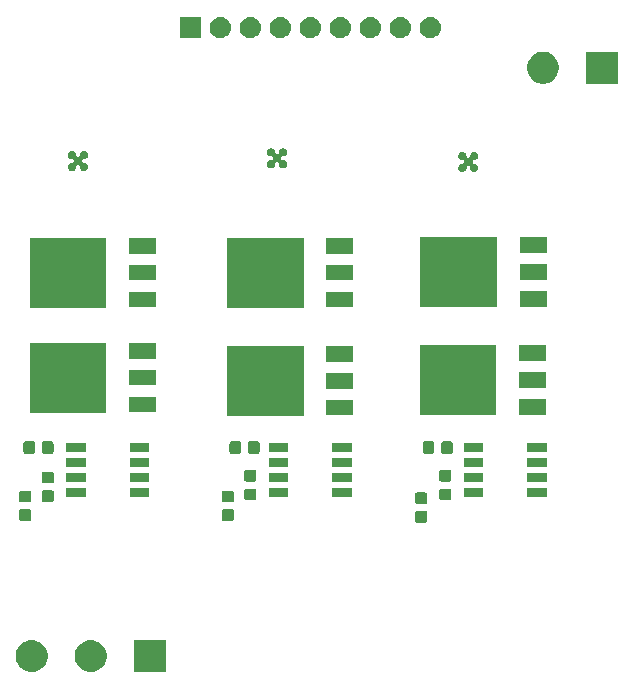
<source format=gbr>
G04 #@! TF.GenerationSoftware,KiCad,Pcbnew,(5.0.1)-3*
G04 #@! TF.CreationDate,2021-02-08T17:12:00-05:00*
G04 #@! TF.ProjectId,fpga_esc,667067615F6573632E6B696361645F70,rev?*
G04 #@! TF.SameCoordinates,Original*
G04 #@! TF.FileFunction,Soldermask,Bot*
G04 #@! TF.FilePolarity,Negative*
%FSLAX46Y46*%
G04 Gerber Fmt 4.6, Leading zero omitted, Abs format (unit mm)*
G04 Created by KiCad (PCBNEW (5.0.1)-3) date 2021-02-08 5:12:00 PM*
%MOMM*%
%LPD*%
G01*
G04 APERTURE LIST*
%ADD10C,0.100000*%
G04 APERTURE END LIST*
D10*
G36*
X112564567Y-92527959D02*
X112695072Y-92553918D01*
X112940939Y-92655759D01*
X113161464Y-92803110D01*
X113162215Y-92803612D01*
X113350388Y-92991785D01*
X113350390Y-92991788D01*
X113498241Y-93213061D01*
X113600082Y-93458928D01*
X113652000Y-93719938D01*
X113652000Y-93986062D01*
X113600082Y-94247072D01*
X113498241Y-94492939D01*
X113350890Y-94713464D01*
X113350388Y-94714215D01*
X113162215Y-94902388D01*
X113162212Y-94902390D01*
X112940939Y-95050241D01*
X112695072Y-95152082D01*
X112564567Y-95178041D01*
X112434063Y-95204000D01*
X112167937Y-95204000D01*
X112037433Y-95178041D01*
X111906928Y-95152082D01*
X111661061Y-95050241D01*
X111439788Y-94902390D01*
X111439785Y-94902388D01*
X111251612Y-94714215D01*
X111251110Y-94713464D01*
X111103759Y-94492939D01*
X111001918Y-94247072D01*
X110950000Y-93986062D01*
X110950000Y-93719938D01*
X111001918Y-93458928D01*
X111103759Y-93213061D01*
X111251610Y-92991788D01*
X111251612Y-92991785D01*
X111439785Y-92803612D01*
X111440536Y-92803110D01*
X111661061Y-92655759D01*
X111906928Y-92553918D01*
X112037433Y-92527959D01*
X112167937Y-92502000D01*
X112434063Y-92502000D01*
X112564567Y-92527959D01*
X112564567Y-92527959D01*
G37*
G36*
X123652000Y-95204000D02*
X120950000Y-95204000D01*
X120950000Y-92502000D01*
X123652000Y-92502000D01*
X123652000Y-95204000D01*
X123652000Y-95204000D01*
G37*
G36*
X117564567Y-92527959D02*
X117695072Y-92553918D01*
X117940939Y-92655759D01*
X118161464Y-92803110D01*
X118162215Y-92803612D01*
X118350388Y-92991785D01*
X118350390Y-92991788D01*
X118498241Y-93213061D01*
X118600082Y-93458928D01*
X118652000Y-93719938D01*
X118652000Y-93986062D01*
X118600082Y-94247072D01*
X118498241Y-94492939D01*
X118350890Y-94713464D01*
X118350388Y-94714215D01*
X118162215Y-94902388D01*
X118162212Y-94902390D01*
X117940939Y-95050241D01*
X117695072Y-95152082D01*
X117564567Y-95178041D01*
X117434063Y-95204000D01*
X117167937Y-95204000D01*
X117037433Y-95178041D01*
X116906928Y-95152082D01*
X116661061Y-95050241D01*
X116439788Y-94902390D01*
X116439785Y-94902388D01*
X116251612Y-94714215D01*
X116251110Y-94713464D01*
X116103759Y-94492939D01*
X116001918Y-94247072D01*
X115950000Y-93986062D01*
X115950000Y-93719938D01*
X116001918Y-93458928D01*
X116103759Y-93213061D01*
X116251610Y-92991788D01*
X116251612Y-92991785D01*
X116439785Y-92803612D01*
X116440536Y-92803110D01*
X116661061Y-92655759D01*
X116906928Y-92553918D01*
X117037433Y-92527959D01*
X117167937Y-92502000D01*
X117434063Y-92502000D01*
X117564567Y-92527959D01*
X117564567Y-92527959D01*
G37*
G36*
X145667591Y-81583085D02*
X145701569Y-81593393D01*
X145732887Y-81610133D01*
X145760339Y-81632661D01*
X145782867Y-81660113D01*
X145799607Y-81691431D01*
X145809915Y-81725409D01*
X145814000Y-81766890D01*
X145814000Y-82368110D01*
X145809915Y-82409591D01*
X145799607Y-82443569D01*
X145782867Y-82474887D01*
X145760339Y-82502339D01*
X145732887Y-82524867D01*
X145701569Y-82541607D01*
X145667591Y-82551915D01*
X145626110Y-82556000D01*
X144949890Y-82556000D01*
X144908409Y-82551915D01*
X144874431Y-82541607D01*
X144843113Y-82524867D01*
X144815661Y-82502339D01*
X144793133Y-82474887D01*
X144776393Y-82443569D01*
X144766085Y-82409591D01*
X144762000Y-82368110D01*
X144762000Y-81766890D01*
X144766085Y-81725409D01*
X144776393Y-81691431D01*
X144793133Y-81660113D01*
X144815661Y-81632661D01*
X144843113Y-81610133D01*
X144874431Y-81593393D01*
X144908409Y-81583085D01*
X144949890Y-81579000D01*
X145626110Y-81579000D01*
X145667591Y-81583085D01*
X145667591Y-81583085D01*
G37*
G36*
X112139591Y-81430585D02*
X112173569Y-81440893D01*
X112204887Y-81457633D01*
X112232339Y-81480161D01*
X112254867Y-81507613D01*
X112271607Y-81538931D01*
X112281915Y-81572909D01*
X112286000Y-81614390D01*
X112286000Y-82215610D01*
X112281915Y-82257091D01*
X112271607Y-82291069D01*
X112254867Y-82322387D01*
X112232339Y-82349839D01*
X112204887Y-82372367D01*
X112173569Y-82389107D01*
X112139591Y-82399415D01*
X112098110Y-82403500D01*
X111421890Y-82403500D01*
X111380409Y-82399415D01*
X111346431Y-82389107D01*
X111315113Y-82372367D01*
X111287661Y-82349839D01*
X111265133Y-82322387D01*
X111248393Y-82291069D01*
X111238085Y-82257091D01*
X111234000Y-82215610D01*
X111234000Y-81614390D01*
X111238085Y-81572909D01*
X111248393Y-81538931D01*
X111265133Y-81507613D01*
X111287661Y-81480161D01*
X111315113Y-81457633D01*
X111346431Y-81440893D01*
X111380409Y-81430585D01*
X111421890Y-81426500D01*
X112098110Y-81426500D01*
X112139591Y-81430585D01*
X112139591Y-81430585D01*
G37*
G36*
X129284591Y-81430585D02*
X129318569Y-81440893D01*
X129349887Y-81457633D01*
X129377339Y-81480161D01*
X129399867Y-81507613D01*
X129416607Y-81538931D01*
X129426915Y-81572909D01*
X129431000Y-81614390D01*
X129431000Y-82215610D01*
X129426915Y-82257091D01*
X129416607Y-82291069D01*
X129399867Y-82322387D01*
X129377339Y-82349839D01*
X129349887Y-82372367D01*
X129318569Y-82389107D01*
X129284591Y-82399415D01*
X129243110Y-82403500D01*
X128566890Y-82403500D01*
X128525409Y-82399415D01*
X128491431Y-82389107D01*
X128460113Y-82372367D01*
X128432661Y-82349839D01*
X128410133Y-82322387D01*
X128393393Y-82291069D01*
X128383085Y-82257091D01*
X128379000Y-82215610D01*
X128379000Y-81614390D01*
X128383085Y-81572909D01*
X128393393Y-81538931D01*
X128410133Y-81507613D01*
X128432661Y-81480161D01*
X128460113Y-81457633D01*
X128491431Y-81440893D01*
X128525409Y-81430585D01*
X128566890Y-81426500D01*
X129243110Y-81426500D01*
X129284591Y-81430585D01*
X129284591Y-81430585D01*
G37*
G36*
X145667591Y-80008085D02*
X145701569Y-80018393D01*
X145732887Y-80035133D01*
X145760339Y-80057661D01*
X145782867Y-80085113D01*
X145799607Y-80116431D01*
X145809915Y-80150409D01*
X145814000Y-80191890D01*
X145814000Y-80793110D01*
X145809915Y-80834591D01*
X145799607Y-80868569D01*
X145782867Y-80899887D01*
X145760339Y-80927339D01*
X145732887Y-80949867D01*
X145701569Y-80966607D01*
X145667591Y-80976915D01*
X145626110Y-80981000D01*
X144949890Y-80981000D01*
X144908409Y-80976915D01*
X144874431Y-80966607D01*
X144843113Y-80949867D01*
X144815661Y-80927339D01*
X144793133Y-80899887D01*
X144776393Y-80868569D01*
X144766085Y-80834591D01*
X144762000Y-80793110D01*
X144762000Y-80191890D01*
X144766085Y-80150409D01*
X144776393Y-80116431D01*
X144793133Y-80085113D01*
X144815661Y-80057661D01*
X144843113Y-80035133D01*
X144874431Y-80018393D01*
X144908409Y-80008085D01*
X144949890Y-80004000D01*
X145626110Y-80004000D01*
X145667591Y-80008085D01*
X145667591Y-80008085D01*
G37*
G36*
X112139591Y-79855585D02*
X112173569Y-79865893D01*
X112204887Y-79882633D01*
X112232339Y-79905161D01*
X112254867Y-79932613D01*
X112271607Y-79963931D01*
X112281915Y-79997909D01*
X112286000Y-80039390D01*
X112286000Y-80640610D01*
X112281915Y-80682091D01*
X112271607Y-80716069D01*
X112254867Y-80747387D01*
X112232339Y-80774839D01*
X112204887Y-80797367D01*
X112173569Y-80814107D01*
X112139591Y-80824415D01*
X112098110Y-80828500D01*
X111421890Y-80828500D01*
X111380409Y-80824415D01*
X111346431Y-80814107D01*
X111315113Y-80797367D01*
X111287661Y-80774839D01*
X111265133Y-80747387D01*
X111248393Y-80716069D01*
X111238085Y-80682091D01*
X111234000Y-80640610D01*
X111234000Y-80039390D01*
X111238085Y-79997909D01*
X111248393Y-79963931D01*
X111265133Y-79932613D01*
X111287661Y-79905161D01*
X111315113Y-79882633D01*
X111346431Y-79865893D01*
X111380409Y-79855585D01*
X111421890Y-79851500D01*
X112098110Y-79851500D01*
X112139591Y-79855585D01*
X112139591Y-79855585D01*
G37*
G36*
X129284591Y-79855585D02*
X129318569Y-79865893D01*
X129349887Y-79882633D01*
X129377339Y-79905161D01*
X129399867Y-79932613D01*
X129416607Y-79963931D01*
X129426915Y-79997909D01*
X129431000Y-80039390D01*
X129431000Y-80640610D01*
X129426915Y-80682091D01*
X129416607Y-80716069D01*
X129399867Y-80747387D01*
X129377339Y-80774839D01*
X129349887Y-80797367D01*
X129318569Y-80814107D01*
X129284591Y-80824415D01*
X129243110Y-80828500D01*
X128566890Y-80828500D01*
X128525409Y-80824415D01*
X128491431Y-80814107D01*
X128460113Y-80797367D01*
X128432661Y-80774839D01*
X128410133Y-80747387D01*
X128393393Y-80716069D01*
X128383085Y-80682091D01*
X128379000Y-80640610D01*
X128379000Y-80039390D01*
X128383085Y-79997909D01*
X128393393Y-79963931D01*
X128410133Y-79932613D01*
X128432661Y-79905161D01*
X128460113Y-79882633D01*
X128491431Y-79865893D01*
X128525409Y-79855585D01*
X128566890Y-79851500D01*
X129243110Y-79851500D01*
X129284591Y-79855585D01*
X129284591Y-79855585D01*
G37*
G36*
X114044591Y-79830585D02*
X114078569Y-79840893D01*
X114109887Y-79857633D01*
X114137339Y-79880161D01*
X114159867Y-79907613D01*
X114176607Y-79938931D01*
X114186915Y-79972909D01*
X114191000Y-80014390D01*
X114191000Y-80615610D01*
X114186915Y-80657091D01*
X114176607Y-80691069D01*
X114159867Y-80722387D01*
X114137339Y-80749839D01*
X114109887Y-80772367D01*
X114078569Y-80789107D01*
X114044591Y-80799415D01*
X114003110Y-80803500D01*
X113326890Y-80803500D01*
X113285409Y-80799415D01*
X113251431Y-80789107D01*
X113220113Y-80772367D01*
X113192661Y-80749839D01*
X113170133Y-80722387D01*
X113153393Y-80691069D01*
X113143085Y-80657091D01*
X113139000Y-80615610D01*
X113139000Y-80014390D01*
X113143085Y-79972909D01*
X113153393Y-79938931D01*
X113170133Y-79907613D01*
X113192661Y-79880161D01*
X113220113Y-79857633D01*
X113251431Y-79840893D01*
X113285409Y-79830585D01*
X113326890Y-79826500D01*
X114003110Y-79826500D01*
X114044591Y-79830585D01*
X114044591Y-79830585D01*
G37*
G36*
X147699591Y-79678085D02*
X147733569Y-79688393D01*
X147764887Y-79705133D01*
X147792339Y-79727661D01*
X147814867Y-79755113D01*
X147831607Y-79786431D01*
X147841915Y-79820409D01*
X147846000Y-79861890D01*
X147846000Y-80463110D01*
X147841915Y-80504591D01*
X147831607Y-80538569D01*
X147814867Y-80569887D01*
X147792339Y-80597339D01*
X147764887Y-80619867D01*
X147733569Y-80636607D01*
X147699591Y-80646915D01*
X147658110Y-80651000D01*
X146981890Y-80651000D01*
X146940409Y-80646915D01*
X146906431Y-80636607D01*
X146875113Y-80619867D01*
X146847661Y-80597339D01*
X146825133Y-80569887D01*
X146808393Y-80538569D01*
X146798085Y-80504591D01*
X146794000Y-80463110D01*
X146794000Y-79861890D01*
X146798085Y-79820409D01*
X146808393Y-79786431D01*
X146825133Y-79755113D01*
X146847661Y-79727661D01*
X146875113Y-79705133D01*
X146906431Y-79688393D01*
X146940409Y-79678085D01*
X146981890Y-79674000D01*
X147658110Y-79674000D01*
X147699591Y-79678085D01*
X147699591Y-79678085D01*
G37*
G36*
X131189591Y-79678085D02*
X131223569Y-79688393D01*
X131254887Y-79705133D01*
X131282339Y-79727661D01*
X131304867Y-79755113D01*
X131321607Y-79786431D01*
X131331915Y-79820409D01*
X131336000Y-79861890D01*
X131336000Y-80463110D01*
X131331915Y-80504591D01*
X131321607Y-80538569D01*
X131304867Y-80569887D01*
X131282339Y-80597339D01*
X131254887Y-80619867D01*
X131223569Y-80636607D01*
X131189591Y-80646915D01*
X131148110Y-80651000D01*
X130471890Y-80651000D01*
X130430409Y-80646915D01*
X130396431Y-80636607D01*
X130365113Y-80619867D01*
X130337661Y-80597339D01*
X130315133Y-80569887D01*
X130298393Y-80538569D01*
X130288085Y-80504591D01*
X130284000Y-80463110D01*
X130284000Y-79861890D01*
X130288085Y-79820409D01*
X130298393Y-79786431D01*
X130315133Y-79755113D01*
X130337661Y-79727661D01*
X130365113Y-79705133D01*
X130396431Y-79688393D01*
X130430409Y-79678085D01*
X130471890Y-79674000D01*
X131148110Y-79674000D01*
X131189591Y-79678085D01*
X131189591Y-79678085D01*
G37*
G36*
X155926000Y-80361000D02*
X154274000Y-80361000D01*
X154274000Y-79659000D01*
X155926000Y-79659000D01*
X155926000Y-80361000D01*
X155926000Y-80361000D01*
G37*
G36*
X150526000Y-80361000D02*
X148874000Y-80361000D01*
X148874000Y-79659000D01*
X150526000Y-79659000D01*
X150526000Y-80361000D01*
X150526000Y-80361000D01*
G37*
G36*
X134016000Y-80361000D02*
X132364000Y-80361000D01*
X132364000Y-79659000D01*
X134016000Y-79659000D01*
X134016000Y-80361000D01*
X134016000Y-80361000D01*
G37*
G36*
X139416000Y-80361000D02*
X137764000Y-80361000D01*
X137764000Y-79659000D01*
X139416000Y-79659000D01*
X139416000Y-80361000D01*
X139416000Y-80361000D01*
G37*
G36*
X122271000Y-80361000D02*
X120619000Y-80361000D01*
X120619000Y-79659000D01*
X122271000Y-79659000D01*
X122271000Y-80361000D01*
X122271000Y-80361000D01*
G37*
G36*
X116871000Y-80361000D02*
X115219000Y-80361000D01*
X115219000Y-79659000D01*
X116871000Y-79659000D01*
X116871000Y-80361000D01*
X116871000Y-80361000D01*
G37*
G36*
X114044591Y-78255585D02*
X114078569Y-78265893D01*
X114109887Y-78282633D01*
X114137339Y-78305161D01*
X114159867Y-78332613D01*
X114176607Y-78363931D01*
X114186915Y-78397909D01*
X114191000Y-78439390D01*
X114191000Y-79040610D01*
X114186915Y-79082091D01*
X114176607Y-79116069D01*
X114159867Y-79147387D01*
X114137339Y-79174839D01*
X114109887Y-79197367D01*
X114078569Y-79214107D01*
X114044591Y-79224415D01*
X114003110Y-79228500D01*
X113326890Y-79228500D01*
X113285409Y-79224415D01*
X113251431Y-79214107D01*
X113220113Y-79197367D01*
X113192661Y-79174839D01*
X113170133Y-79147387D01*
X113153393Y-79116069D01*
X113143085Y-79082091D01*
X113139000Y-79040610D01*
X113139000Y-78439390D01*
X113143085Y-78397909D01*
X113153393Y-78363931D01*
X113170133Y-78332613D01*
X113192661Y-78305161D01*
X113220113Y-78282633D01*
X113251431Y-78265893D01*
X113285409Y-78255585D01*
X113326890Y-78251500D01*
X114003110Y-78251500D01*
X114044591Y-78255585D01*
X114044591Y-78255585D01*
G37*
G36*
X122271000Y-79091000D02*
X120619000Y-79091000D01*
X120619000Y-78389000D01*
X122271000Y-78389000D01*
X122271000Y-79091000D01*
X122271000Y-79091000D01*
G37*
G36*
X116871000Y-79091000D02*
X115219000Y-79091000D01*
X115219000Y-78389000D01*
X116871000Y-78389000D01*
X116871000Y-79091000D01*
X116871000Y-79091000D01*
G37*
G36*
X139416000Y-79091000D02*
X137764000Y-79091000D01*
X137764000Y-78389000D01*
X139416000Y-78389000D01*
X139416000Y-79091000D01*
X139416000Y-79091000D01*
G37*
G36*
X150526000Y-79091000D02*
X148874000Y-79091000D01*
X148874000Y-78389000D01*
X150526000Y-78389000D01*
X150526000Y-79091000D01*
X150526000Y-79091000D01*
G37*
G36*
X155926000Y-79091000D02*
X154274000Y-79091000D01*
X154274000Y-78389000D01*
X155926000Y-78389000D01*
X155926000Y-79091000D01*
X155926000Y-79091000D01*
G37*
G36*
X134016000Y-79091000D02*
X132364000Y-79091000D01*
X132364000Y-78389000D01*
X134016000Y-78389000D01*
X134016000Y-79091000D01*
X134016000Y-79091000D01*
G37*
G36*
X147699591Y-78103085D02*
X147733569Y-78113393D01*
X147764887Y-78130133D01*
X147792339Y-78152661D01*
X147814867Y-78180113D01*
X147831607Y-78211431D01*
X147841915Y-78245409D01*
X147846000Y-78286890D01*
X147846000Y-78888110D01*
X147841915Y-78929591D01*
X147831607Y-78963569D01*
X147814867Y-78994887D01*
X147792339Y-79022339D01*
X147764887Y-79044867D01*
X147733569Y-79061607D01*
X147699591Y-79071915D01*
X147658110Y-79076000D01*
X146981890Y-79076000D01*
X146940409Y-79071915D01*
X146906431Y-79061607D01*
X146875113Y-79044867D01*
X146847661Y-79022339D01*
X146825133Y-78994887D01*
X146808393Y-78963569D01*
X146798085Y-78929591D01*
X146794000Y-78888110D01*
X146794000Y-78286890D01*
X146798085Y-78245409D01*
X146808393Y-78211431D01*
X146825133Y-78180113D01*
X146847661Y-78152661D01*
X146875113Y-78130133D01*
X146906431Y-78113393D01*
X146940409Y-78103085D01*
X146981890Y-78099000D01*
X147658110Y-78099000D01*
X147699591Y-78103085D01*
X147699591Y-78103085D01*
G37*
G36*
X131189591Y-78103085D02*
X131223569Y-78113393D01*
X131254887Y-78130133D01*
X131282339Y-78152661D01*
X131304867Y-78180113D01*
X131321607Y-78211431D01*
X131331915Y-78245409D01*
X131336000Y-78286890D01*
X131336000Y-78888110D01*
X131331915Y-78929591D01*
X131321607Y-78963569D01*
X131304867Y-78994887D01*
X131282339Y-79022339D01*
X131254887Y-79044867D01*
X131223569Y-79061607D01*
X131189591Y-79071915D01*
X131148110Y-79076000D01*
X130471890Y-79076000D01*
X130430409Y-79071915D01*
X130396431Y-79061607D01*
X130365113Y-79044867D01*
X130337661Y-79022339D01*
X130315133Y-78994887D01*
X130298393Y-78963569D01*
X130288085Y-78929591D01*
X130284000Y-78888110D01*
X130284000Y-78286890D01*
X130288085Y-78245409D01*
X130298393Y-78211431D01*
X130315133Y-78180113D01*
X130337661Y-78152661D01*
X130365113Y-78130133D01*
X130396431Y-78113393D01*
X130430409Y-78103085D01*
X130471890Y-78099000D01*
X131148110Y-78099000D01*
X131189591Y-78103085D01*
X131189591Y-78103085D01*
G37*
G36*
X155926000Y-77821000D02*
X154274000Y-77821000D01*
X154274000Y-77119000D01*
X155926000Y-77119000D01*
X155926000Y-77821000D01*
X155926000Y-77821000D01*
G37*
G36*
X116871000Y-77821000D02*
X115219000Y-77821000D01*
X115219000Y-77119000D01*
X116871000Y-77119000D01*
X116871000Y-77821000D01*
X116871000Y-77821000D01*
G37*
G36*
X150526000Y-77821000D02*
X148874000Y-77821000D01*
X148874000Y-77119000D01*
X150526000Y-77119000D01*
X150526000Y-77821000D01*
X150526000Y-77821000D01*
G37*
G36*
X134016000Y-77821000D02*
X132364000Y-77821000D01*
X132364000Y-77119000D01*
X134016000Y-77119000D01*
X134016000Y-77821000D01*
X134016000Y-77821000D01*
G37*
G36*
X139416000Y-77821000D02*
X137764000Y-77821000D01*
X137764000Y-77119000D01*
X139416000Y-77119000D01*
X139416000Y-77821000D01*
X139416000Y-77821000D01*
G37*
G36*
X122271000Y-77821000D02*
X120619000Y-77821000D01*
X120619000Y-77119000D01*
X122271000Y-77119000D01*
X122271000Y-77821000D01*
X122271000Y-77821000D01*
G37*
G36*
X131457091Y-75678085D02*
X131491069Y-75688393D01*
X131522387Y-75705133D01*
X131549839Y-75727661D01*
X131572367Y-75755113D01*
X131589107Y-75786431D01*
X131599415Y-75820409D01*
X131603500Y-75861890D01*
X131603500Y-76538110D01*
X131599415Y-76579591D01*
X131589107Y-76613569D01*
X131572367Y-76644887D01*
X131549839Y-76672339D01*
X131522387Y-76694867D01*
X131491069Y-76711607D01*
X131457091Y-76721915D01*
X131415610Y-76726000D01*
X130814390Y-76726000D01*
X130772909Y-76721915D01*
X130738931Y-76711607D01*
X130707613Y-76694867D01*
X130680161Y-76672339D01*
X130657633Y-76644887D01*
X130640893Y-76613569D01*
X130630585Y-76579591D01*
X130626500Y-76538110D01*
X130626500Y-75861890D01*
X130630585Y-75820409D01*
X130640893Y-75786431D01*
X130657633Y-75755113D01*
X130680161Y-75727661D01*
X130707613Y-75705133D01*
X130738931Y-75688393D01*
X130772909Y-75678085D01*
X130814390Y-75674000D01*
X131415610Y-75674000D01*
X131457091Y-75678085D01*
X131457091Y-75678085D01*
G37*
G36*
X129882091Y-75678085D02*
X129916069Y-75688393D01*
X129947387Y-75705133D01*
X129974839Y-75727661D01*
X129997367Y-75755113D01*
X130014107Y-75786431D01*
X130024415Y-75820409D01*
X130028500Y-75861890D01*
X130028500Y-76538110D01*
X130024415Y-76579591D01*
X130014107Y-76613569D01*
X129997367Y-76644887D01*
X129974839Y-76672339D01*
X129947387Y-76694867D01*
X129916069Y-76711607D01*
X129882091Y-76721915D01*
X129840610Y-76726000D01*
X129239390Y-76726000D01*
X129197909Y-76721915D01*
X129163931Y-76711607D01*
X129132613Y-76694867D01*
X129105161Y-76672339D01*
X129082633Y-76644887D01*
X129065893Y-76613569D01*
X129055585Y-76579591D01*
X129051500Y-76538110D01*
X129051500Y-75861890D01*
X129055585Y-75820409D01*
X129065893Y-75786431D01*
X129082633Y-75755113D01*
X129105161Y-75727661D01*
X129132613Y-75705133D01*
X129163931Y-75688393D01*
X129197909Y-75678085D01*
X129239390Y-75674000D01*
X129840610Y-75674000D01*
X129882091Y-75678085D01*
X129882091Y-75678085D01*
G37*
G36*
X146239591Y-75678085D02*
X146273569Y-75688393D01*
X146304887Y-75705133D01*
X146332339Y-75727661D01*
X146354867Y-75755113D01*
X146371607Y-75786431D01*
X146381915Y-75820409D01*
X146386000Y-75861890D01*
X146386000Y-76538110D01*
X146381915Y-76579591D01*
X146371607Y-76613569D01*
X146354867Y-76644887D01*
X146332339Y-76672339D01*
X146304887Y-76694867D01*
X146273569Y-76711607D01*
X146239591Y-76721915D01*
X146198110Y-76726000D01*
X145596890Y-76726000D01*
X145555409Y-76721915D01*
X145521431Y-76711607D01*
X145490113Y-76694867D01*
X145462661Y-76672339D01*
X145440133Y-76644887D01*
X145423393Y-76613569D01*
X145413085Y-76579591D01*
X145409000Y-76538110D01*
X145409000Y-75861890D01*
X145413085Y-75820409D01*
X145423393Y-75786431D01*
X145440133Y-75755113D01*
X145462661Y-75727661D01*
X145490113Y-75705133D01*
X145521431Y-75688393D01*
X145555409Y-75678085D01*
X145596890Y-75674000D01*
X146198110Y-75674000D01*
X146239591Y-75678085D01*
X146239591Y-75678085D01*
G37*
G36*
X147814591Y-75678085D02*
X147848569Y-75688393D01*
X147879887Y-75705133D01*
X147907339Y-75727661D01*
X147929867Y-75755113D01*
X147946607Y-75786431D01*
X147956915Y-75820409D01*
X147961000Y-75861890D01*
X147961000Y-76538110D01*
X147956915Y-76579591D01*
X147946607Y-76613569D01*
X147929867Y-76644887D01*
X147907339Y-76672339D01*
X147879887Y-76694867D01*
X147848569Y-76711607D01*
X147814591Y-76721915D01*
X147773110Y-76726000D01*
X147171890Y-76726000D01*
X147130409Y-76721915D01*
X147096431Y-76711607D01*
X147065113Y-76694867D01*
X147037661Y-76672339D01*
X147015133Y-76644887D01*
X146998393Y-76613569D01*
X146988085Y-76579591D01*
X146984000Y-76538110D01*
X146984000Y-75861890D01*
X146988085Y-75820409D01*
X146998393Y-75786431D01*
X147015133Y-75755113D01*
X147037661Y-75727661D01*
X147065113Y-75705133D01*
X147096431Y-75688393D01*
X147130409Y-75678085D01*
X147171890Y-75674000D01*
X147773110Y-75674000D01*
X147814591Y-75678085D01*
X147814591Y-75678085D01*
G37*
G36*
X112432091Y-75678085D02*
X112466069Y-75688393D01*
X112497387Y-75705133D01*
X112524839Y-75727661D01*
X112547367Y-75755113D01*
X112564107Y-75786431D01*
X112574415Y-75820409D01*
X112578500Y-75861890D01*
X112578500Y-76538110D01*
X112574415Y-76579591D01*
X112564107Y-76613569D01*
X112547367Y-76644887D01*
X112524839Y-76672339D01*
X112497387Y-76694867D01*
X112466069Y-76711607D01*
X112432091Y-76721915D01*
X112390610Y-76726000D01*
X111789390Y-76726000D01*
X111747909Y-76721915D01*
X111713931Y-76711607D01*
X111682613Y-76694867D01*
X111655161Y-76672339D01*
X111632633Y-76644887D01*
X111615893Y-76613569D01*
X111605585Y-76579591D01*
X111601500Y-76538110D01*
X111601500Y-75861890D01*
X111605585Y-75820409D01*
X111615893Y-75786431D01*
X111632633Y-75755113D01*
X111655161Y-75727661D01*
X111682613Y-75705133D01*
X111713931Y-75688393D01*
X111747909Y-75678085D01*
X111789390Y-75674000D01*
X112390610Y-75674000D01*
X112432091Y-75678085D01*
X112432091Y-75678085D01*
G37*
G36*
X114007091Y-75678085D02*
X114041069Y-75688393D01*
X114072387Y-75705133D01*
X114099839Y-75727661D01*
X114122367Y-75755113D01*
X114139107Y-75786431D01*
X114149415Y-75820409D01*
X114153500Y-75861890D01*
X114153500Y-76538110D01*
X114149415Y-76579591D01*
X114139107Y-76613569D01*
X114122367Y-76644887D01*
X114099839Y-76672339D01*
X114072387Y-76694867D01*
X114041069Y-76711607D01*
X114007091Y-76721915D01*
X113965610Y-76726000D01*
X113364390Y-76726000D01*
X113322909Y-76721915D01*
X113288931Y-76711607D01*
X113257613Y-76694867D01*
X113230161Y-76672339D01*
X113207633Y-76644887D01*
X113190893Y-76613569D01*
X113180585Y-76579591D01*
X113176500Y-76538110D01*
X113176500Y-75861890D01*
X113180585Y-75820409D01*
X113190893Y-75786431D01*
X113207633Y-75755113D01*
X113230161Y-75727661D01*
X113257613Y-75705133D01*
X113288931Y-75688393D01*
X113322909Y-75678085D01*
X113364390Y-75674000D01*
X113965610Y-75674000D01*
X114007091Y-75678085D01*
X114007091Y-75678085D01*
G37*
G36*
X139416000Y-76551000D02*
X137764000Y-76551000D01*
X137764000Y-75849000D01*
X139416000Y-75849000D01*
X139416000Y-76551000D01*
X139416000Y-76551000D01*
G37*
G36*
X134016000Y-76551000D02*
X132364000Y-76551000D01*
X132364000Y-75849000D01*
X134016000Y-75849000D01*
X134016000Y-76551000D01*
X134016000Y-76551000D01*
G37*
G36*
X122271000Y-76551000D02*
X120619000Y-76551000D01*
X120619000Y-75849000D01*
X122271000Y-75849000D01*
X122271000Y-76551000D01*
X122271000Y-76551000D01*
G37*
G36*
X116871000Y-76551000D02*
X115219000Y-76551000D01*
X115219000Y-75849000D01*
X116871000Y-75849000D01*
X116871000Y-76551000D01*
X116871000Y-76551000D01*
G37*
G36*
X155926000Y-76551000D02*
X154274000Y-76551000D01*
X154274000Y-75849000D01*
X155926000Y-75849000D01*
X155926000Y-76551000D01*
X155926000Y-76551000D01*
G37*
G36*
X150526000Y-76551000D02*
X148874000Y-76551000D01*
X148874000Y-75849000D01*
X150526000Y-75849000D01*
X150526000Y-76551000D01*
X150526000Y-76551000D01*
G37*
G36*
X135331000Y-73501772D02*
X128829000Y-73501772D01*
X128829000Y-67599772D01*
X135331000Y-67599772D01*
X135331000Y-73501772D01*
X135331000Y-73501772D01*
G37*
G36*
X139531000Y-73481772D02*
X137229000Y-73481772D01*
X137229000Y-72179772D01*
X139531000Y-72179772D01*
X139531000Y-73481772D01*
X139531000Y-73481772D01*
G37*
G36*
X151646000Y-73436000D02*
X145144000Y-73436000D01*
X145144000Y-67534000D01*
X151646000Y-67534000D01*
X151646000Y-73436000D01*
X151646000Y-73436000D01*
G37*
G36*
X155846000Y-73416000D02*
X153544000Y-73416000D01*
X153544000Y-72114000D01*
X155846000Y-72114000D01*
X155846000Y-73416000D01*
X155846000Y-73416000D01*
G37*
G36*
X118626000Y-73246772D02*
X112124000Y-73246772D01*
X112124000Y-67344772D01*
X118626000Y-67344772D01*
X118626000Y-73246772D01*
X118626000Y-73246772D01*
G37*
G36*
X122826000Y-73226772D02*
X120524000Y-73226772D01*
X120524000Y-71924772D01*
X122826000Y-71924772D01*
X122826000Y-73226772D01*
X122826000Y-73226772D01*
G37*
G36*
X139531000Y-71201772D02*
X137229000Y-71201772D01*
X137229000Y-69899772D01*
X139531000Y-69899772D01*
X139531000Y-71201772D01*
X139531000Y-71201772D01*
G37*
G36*
X155846000Y-71136000D02*
X153544000Y-71136000D01*
X153544000Y-69834000D01*
X155846000Y-69834000D01*
X155846000Y-71136000D01*
X155846000Y-71136000D01*
G37*
G36*
X122826000Y-70946772D02*
X120524000Y-70946772D01*
X120524000Y-69644772D01*
X122826000Y-69644772D01*
X122826000Y-70946772D01*
X122826000Y-70946772D01*
G37*
G36*
X139531000Y-68921772D02*
X137229000Y-68921772D01*
X137229000Y-67619772D01*
X139531000Y-67619772D01*
X139531000Y-68921772D01*
X139531000Y-68921772D01*
G37*
G36*
X155846000Y-68856000D02*
X153544000Y-68856000D01*
X153544000Y-67554000D01*
X155846000Y-67554000D01*
X155846000Y-68856000D01*
X155846000Y-68856000D01*
G37*
G36*
X122826000Y-68666772D02*
X120524000Y-68666772D01*
X120524000Y-67364772D01*
X122826000Y-67364772D01*
X122826000Y-68666772D01*
X122826000Y-68666772D01*
G37*
G36*
X118626000Y-64356772D02*
X112124000Y-64356772D01*
X112124000Y-58454772D01*
X118626000Y-58454772D01*
X118626000Y-64356772D01*
X118626000Y-64356772D01*
G37*
G36*
X135331000Y-64356772D02*
X128829000Y-64356772D01*
X128829000Y-58454772D01*
X135331000Y-58454772D01*
X135331000Y-64356772D01*
X135331000Y-64356772D01*
G37*
G36*
X122826000Y-64336772D02*
X120524000Y-64336772D01*
X120524000Y-63034772D01*
X122826000Y-63034772D01*
X122826000Y-64336772D01*
X122826000Y-64336772D01*
G37*
G36*
X139531000Y-64336772D02*
X137229000Y-64336772D01*
X137229000Y-63034772D01*
X139531000Y-63034772D01*
X139531000Y-64336772D01*
X139531000Y-64336772D01*
G37*
G36*
X151710999Y-64291000D02*
X145208999Y-64291000D01*
X145208999Y-58389000D01*
X151710999Y-58389000D01*
X151710999Y-64291000D01*
X151710999Y-64291000D01*
G37*
G36*
X155910999Y-64271000D02*
X153608999Y-64271000D01*
X153608999Y-62969000D01*
X155910999Y-62969000D01*
X155910999Y-64271000D01*
X155910999Y-64271000D01*
G37*
G36*
X122826000Y-62056772D02*
X120524000Y-62056772D01*
X120524000Y-60754772D01*
X122826000Y-60754772D01*
X122826000Y-62056772D01*
X122826000Y-62056772D01*
G37*
G36*
X139531000Y-62056772D02*
X137229000Y-62056772D01*
X137229000Y-60754772D01*
X139531000Y-60754772D01*
X139531000Y-62056772D01*
X139531000Y-62056772D01*
G37*
G36*
X155910999Y-61991000D02*
X153608999Y-61991000D01*
X153608999Y-60689000D01*
X155910999Y-60689000D01*
X155910999Y-61991000D01*
X155910999Y-61991000D01*
G37*
G36*
X139531000Y-59776772D02*
X137229000Y-59776772D01*
X137229000Y-58474772D01*
X139531000Y-58474772D01*
X139531000Y-59776772D01*
X139531000Y-59776772D01*
G37*
G36*
X122826000Y-59776772D02*
X120524000Y-59776772D01*
X120524000Y-58474772D01*
X122826000Y-58474772D01*
X122826000Y-59776772D01*
X122826000Y-59776772D01*
G37*
G36*
X155910999Y-59711000D02*
X153608999Y-59711000D01*
X153608999Y-58409000D01*
X155910999Y-58409000D01*
X155910999Y-59711000D01*
X155910999Y-59711000D01*
G37*
G36*
X148878383Y-51171489D02*
X148942261Y-51197948D01*
X148999750Y-51236361D01*
X149048639Y-51285250D01*
X149087052Y-51342739D01*
X149113511Y-51406617D01*
X149127000Y-51474430D01*
X149127000Y-51533000D01*
X149129402Y-51557386D01*
X149136515Y-51580835D01*
X149148066Y-51602446D01*
X149163612Y-51621388D01*
X149182554Y-51636934D01*
X149204165Y-51648485D01*
X149227614Y-51655598D01*
X149252000Y-51658000D01*
X149300000Y-51658000D01*
X149324386Y-51655598D01*
X149347835Y-51648485D01*
X149369446Y-51636934D01*
X149388388Y-51621388D01*
X149403934Y-51602446D01*
X149415485Y-51580835D01*
X149422598Y-51557386D01*
X149425000Y-51533000D01*
X149425000Y-51474430D01*
X149438489Y-51406617D01*
X149464948Y-51342739D01*
X149503361Y-51285250D01*
X149552250Y-51236361D01*
X149609739Y-51197948D01*
X149673617Y-51171489D01*
X149741430Y-51158000D01*
X149810570Y-51158000D01*
X149878383Y-51171489D01*
X149942261Y-51197948D01*
X149999750Y-51236361D01*
X150048639Y-51285250D01*
X150087052Y-51342739D01*
X150113511Y-51406617D01*
X150127000Y-51474430D01*
X150127000Y-51543570D01*
X150113511Y-51611383D01*
X150087052Y-51675261D01*
X150048639Y-51732750D01*
X149999750Y-51781639D01*
X149961696Y-51807066D01*
X149942261Y-51820052D01*
X149878383Y-51846511D01*
X149810570Y-51860000D01*
X149752000Y-51860000D01*
X149727614Y-51862402D01*
X149704165Y-51869515D01*
X149682554Y-51881066D01*
X149663612Y-51896612D01*
X149648066Y-51915554D01*
X149636515Y-51937165D01*
X149629402Y-51960614D01*
X149627000Y-51985000D01*
X149627000Y-52033000D01*
X149629402Y-52057386D01*
X149636515Y-52080835D01*
X149648066Y-52102446D01*
X149663612Y-52121388D01*
X149682554Y-52136934D01*
X149704165Y-52148485D01*
X149727614Y-52155598D01*
X149752000Y-52158000D01*
X149810570Y-52158000D01*
X149878383Y-52171489D01*
X149942261Y-52197948D01*
X149999750Y-52236361D01*
X150048639Y-52285250D01*
X150087052Y-52342739D01*
X150113511Y-52406617D01*
X150127000Y-52474430D01*
X150127000Y-52543570D01*
X150113511Y-52611383D01*
X150087052Y-52675261D01*
X150048639Y-52732750D01*
X149999750Y-52781639D01*
X149942261Y-52820052D01*
X149878383Y-52846511D01*
X149810570Y-52860000D01*
X149741430Y-52860000D01*
X149673617Y-52846511D01*
X149609739Y-52820052D01*
X149552250Y-52781639D01*
X149503361Y-52732750D01*
X149464948Y-52675261D01*
X149438489Y-52611383D01*
X149425000Y-52543570D01*
X149425000Y-52485000D01*
X149422598Y-52460614D01*
X149415485Y-52437165D01*
X149403934Y-52415554D01*
X149388388Y-52396612D01*
X149369446Y-52381066D01*
X149347835Y-52369515D01*
X149324386Y-52362402D01*
X149300000Y-52360000D01*
X149252000Y-52360000D01*
X149227614Y-52362402D01*
X149204165Y-52369515D01*
X149182554Y-52381066D01*
X149163612Y-52396612D01*
X149148066Y-52415554D01*
X149136515Y-52437165D01*
X149129402Y-52460614D01*
X149127000Y-52485000D01*
X149127000Y-52543570D01*
X149113511Y-52611383D01*
X149087052Y-52675261D01*
X149048639Y-52732750D01*
X148999750Y-52781639D01*
X148942261Y-52820052D01*
X148878383Y-52846511D01*
X148810570Y-52860000D01*
X148741430Y-52860000D01*
X148673617Y-52846511D01*
X148609739Y-52820052D01*
X148552250Y-52781639D01*
X148503361Y-52732750D01*
X148464948Y-52675261D01*
X148438489Y-52611383D01*
X148425000Y-52543570D01*
X148425000Y-52474430D01*
X148438489Y-52406617D01*
X148464948Y-52342739D01*
X148503361Y-52285250D01*
X148552250Y-52236361D01*
X148609739Y-52197948D01*
X148673617Y-52171489D01*
X148741430Y-52158000D01*
X148800000Y-52158000D01*
X148824386Y-52155598D01*
X148847835Y-52148485D01*
X148869446Y-52136934D01*
X148888388Y-52121388D01*
X148903934Y-52102446D01*
X148915485Y-52080835D01*
X148922598Y-52057386D01*
X148925000Y-52033000D01*
X148925000Y-51985000D01*
X148922598Y-51960614D01*
X148915485Y-51937165D01*
X148903934Y-51915554D01*
X148888388Y-51896612D01*
X148869446Y-51881066D01*
X148847835Y-51869515D01*
X148824386Y-51862402D01*
X148800000Y-51860000D01*
X148741430Y-51860000D01*
X148673617Y-51846511D01*
X148609739Y-51820052D01*
X148552250Y-51781639D01*
X148503361Y-51732750D01*
X148464948Y-51675261D01*
X148438489Y-51611383D01*
X148425000Y-51543570D01*
X148425000Y-51474430D01*
X148438489Y-51406617D01*
X148464948Y-51342739D01*
X148503361Y-51285250D01*
X148552250Y-51236361D01*
X148609739Y-51197948D01*
X148673617Y-51171489D01*
X148741430Y-51158000D01*
X148810570Y-51158000D01*
X148878383Y-51171489D01*
X148878383Y-51171489D01*
G37*
G36*
X115822383Y-51097489D02*
X115886261Y-51123948D01*
X115943750Y-51162361D01*
X115992639Y-51211250D01*
X116031052Y-51268739D01*
X116057511Y-51332617D01*
X116071000Y-51400430D01*
X116071000Y-51459000D01*
X116073402Y-51483386D01*
X116080515Y-51506835D01*
X116092066Y-51528446D01*
X116107612Y-51547388D01*
X116126554Y-51562934D01*
X116148165Y-51574485D01*
X116171614Y-51581598D01*
X116196000Y-51584000D01*
X116244000Y-51584000D01*
X116268386Y-51581598D01*
X116291835Y-51574485D01*
X116313446Y-51562934D01*
X116332388Y-51547388D01*
X116347934Y-51528446D01*
X116359485Y-51506835D01*
X116366598Y-51483386D01*
X116369000Y-51459000D01*
X116369000Y-51400430D01*
X116382489Y-51332617D01*
X116408948Y-51268739D01*
X116447361Y-51211250D01*
X116496250Y-51162361D01*
X116553739Y-51123948D01*
X116617617Y-51097489D01*
X116685430Y-51084000D01*
X116754570Y-51084000D01*
X116822383Y-51097489D01*
X116886261Y-51123948D01*
X116943750Y-51162361D01*
X116992639Y-51211250D01*
X117031052Y-51268739D01*
X117057511Y-51332617D01*
X117071000Y-51400430D01*
X117071000Y-51469570D01*
X117057511Y-51537383D01*
X117031052Y-51601261D01*
X116992639Y-51658750D01*
X116943750Y-51707639D01*
X116895962Y-51739570D01*
X116886261Y-51746052D01*
X116822383Y-51772511D01*
X116754570Y-51786000D01*
X116696000Y-51786000D01*
X116671614Y-51788402D01*
X116648165Y-51795515D01*
X116626554Y-51807066D01*
X116607612Y-51822612D01*
X116592066Y-51841554D01*
X116580515Y-51863165D01*
X116573402Y-51886614D01*
X116571000Y-51911000D01*
X116571000Y-51959000D01*
X116573402Y-51983386D01*
X116580515Y-52006835D01*
X116592066Y-52028446D01*
X116607612Y-52047388D01*
X116626554Y-52062934D01*
X116648165Y-52074485D01*
X116671614Y-52081598D01*
X116696000Y-52084000D01*
X116754570Y-52084000D01*
X116822383Y-52097489D01*
X116886261Y-52123948D01*
X116943750Y-52162361D01*
X116992639Y-52211250D01*
X117031052Y-52268739D01*
X117057511Y-52332617D01*
X117071000Y-52400430D01*
X117071000Y-52469570D01*
X117057511Y-52537383D01*
X117031052Y-52601261D01*
X116992639Y-52658750D01*
X116943750Y-52707639D01*
X116886261Y-52746052D01*
X116822383Y-52772511D01*
X116754570Y-52786000D01*
X116685430Y-52786000D01*
X116617617Y-52772511D01*
X116553739Y-52746052D01*
X116496250Y-52707639D01*
X116447361Y-52658750D01*
X116408948Y-52601261D01*
X116382489Y-52537383D01*
X116369000Y-52469570D01*
X116369000Y-52411000D01*
X116366598Y-52386614D01*
X116359485Y-52363165D01*
X116347934Y-52341554D01*
X116332388Y-52322612D01*
X116313446Y-52307066D01*
X116291835Y-52295515D01*
X116268386Y-52288402D01*
X116244000Y-52286000D01*
X116196000Y-52286000D01*
X116171614Y-52288402D01*
X116148165Y-52295515D01*
X116126554Y-52307066D01*
X116107612Y-52322612D01*
X116092066Y-52341554D01*
X116080515Y-52363165D01*
X116073402Y-52386614D01*
X116071000Y-52411000D01*
X116071000Y-52469570D01*
X116057511Y-52537383D01*
X116031052Y-52601261D01*
X115992639Y-52658750D01*
X115943750Y-52707639D01*
X115886261Y-52746052D01*
X115822383Y-52772511D01*
X115754570Y-52786000D01*
X115685430Y-52786000D01*
X115617617Y-52772511D01*
X115553739Y-52746052D01*
X115496250Y-52707639D01*
X115447361Y-52658750D01*
X115408948Y-52601261D01*
X115382489Y-52537383D01*
X115369000Y-52469570D01*
X115369000Y-52400430D01*
X115382489Y-52332617D01*
X115408948Y-52268739D01*
X115447361Y-52211250D01*
X115496250Y-52162361D01*
X115553739Y-52123948D01*
X115617617Y-52097489D01*
X115685430Y-52084000D01*
X115744000Y-52084000D01*
X115768386Y-52081598D01*
X115791835Y-52074485D01*
X115813446Y-52062934D01*
X115832388Y-52047388D01*
X115847934Y-52028446D01*
X115859485Y-52006835D01*
X115866598Y-51983386D01*
X115869000Y-51959000D01*
X115869000Y-51911000D01*
X115866598Y-51886614D01*
X115859485Y-51863165D01*
X115847934Y-51841554D01*
X115832388Y-51822612D01*
X115813446Y-51807066D01*
X115791835Y-51795515D01*
X115768386Y-51788402D01*
X115744000Y-51786000D01*
X115685430Y-51786000D01*
X115617617Y-51772511D01*
X115553739Y-51746052D01*
X115496250Y-51707639D01*
X115447361Y-51658750D01*
X115408948Y-51601261D01*
X115382489Y-51537383D01*
X115369000Y-51469570D01*
X115369000Y-51400430D01*
X115382489Y-51332617D01*
X115408948Y-51268739D01*
X115447361Y-51211250D01*
X115496250Y-51162361D01*
X115553739Y-51123948D01*
X115617617Y-51097489D01*
X115685430Y-51084000D01*
X115754570Y-51084000D01*
X115822383Y-51097489D01*
X115822383Y-51097489D01*
G37*
G36*
X132680383Y-50867489D02*
X132744261Y-50893948D01*
X132801750Y-50932361D01*
X132850639Y-50981250D01*
X132889052Y-51038739D01*
X132915511Y-51102617D01*
X132929000Y-51170430D01*
X132929000Y-51229000D01*
X132931402Y-51253386D01*
X132938515Y-51276835D01*
X132950066Y-51298446D01*
X132965612Y-51317388D01*
X132984554Y-51332934D01*
X133006165Y-51344485D01*
X133029614Y-51351598D01*
X133054000Y-51354000D01*
X133102000Y-51354000D01*
X133126386Y-51351598D01*
X133149835Y-51344485D01*
X133171446Y-51332934D01*
X133190388Y-51317388D01*
X133205934Y-51298446D01*
X133217485Y-51276835D01*
X133224598Y-51253386D01*
X133227000Y-51229000D01*
X133227000Y-51170430D01*
X133240489Y-51102617D01*
X133266948Y-51038739D01*
X133305361Y-50981250D01*
X133354250Y-50932361D01*
X133411739Y-50893948D01*
X133475617Y-50867489D01*
X133543430Y-50854000D01*
X133612570Y-50854000D01*
X133680383Y-50867489D01*
X133744261Y-50893948D01*
X133801750Y-50932361D01*
X133850639Y-50981250D01*
X133889052Y-51038739D01*
X133915511Y-51102617D01*
X133929000Y-51170430D01*
X133929000Y-51239570D01*
X133915511Y-51307383D01*
X133889052Y-51371261D01*
X133850639Y-51428750D01*
X133801750Y-51477639D01*
X133758055Y-51506835D01*
X133744261Y-51516052D01*
X133680383Y-51542511D01*
X133612570Y-51556000D01*
X133554000Y-51556000D01*
X133529614Y-51558402D01*
X133506165Y-51565515D01*
X133484554Y-51577066D01*
X133465612Y-51592612D01*
X133450066Y-51611554D01*
X133438515Y-51633165D01*
X133431402Y-51656614D01*
X133429000Y-51681000D01*
X133429000Y-51729000D01*
X133431402Y-51753386D01*
X133438515Y-51776835D01*
X133450066Y-51798446D01*
X133465612Y-51817388D01*
X133484554Y-51832934D01*
X133506165Y-51844485D01*
X133529614Y-51851598D01*
X133554000Y-51854000D01*
X133612570Y-51854000D01*
X133680383Y-51867489D01*
X133744261Y-51893948D01*
X133801750Y-51932361D01*
X133850639Y-51981250D01*
X133889052Y-52038739D01*
X133915511Y-52102617D01*
X133929000Y-52170430D01*
X133929000Y-52239570D01*
X133915511Y-52307383D01*
X133889052Y-52371261D01*
X133850639Y-52428750D01*
X133801750Y-52477639D01*
X133744261Y-52516052D01*
X133680383Y-52542511D01*
X133612570Y-52556000D01*
X133543430Y-52556000D01*
X133475617Y-52542511D01*
X133411739Y-52516052D01*
X133354250Y-52477639D01*
X133305361Y-52428750D01*
X133266948Y-52371261D01*
X133240489Y-52307383D01*
X133227000Y-52239570D01*
X133227000Y-52181000D01*
X133224598Y-52156614D01*
X133217485Y-52133165D01*
X133205934Y-52111554D01*
X133190388Y-52092612D01*
X133171446Y-52077066D01*
X133149835Y-52065515D01*
X133126386Y-52058402D01*
X133102000Y-52056000D01*
X133054000Y-52056000D01*
X133029614Y-52058402D01*
X133006165Y-52065515D01*
X132984554Y-52077066D01*
X132965612Y-52092612D01*
X132950066Y-52111554D01*
X132938515Y-52133165D01*
X132931402Y-52156614D01*
X132929000Y-52181000D01*
X132929000Y-52239570D01*
X132915511Y-52307383D01*
X132889052Y-52371261D01*
X132850639Y-52428750D01*
X132801750Y-52477639D01*
X132744261Y-52516052D01*
X132680383Y-52542511D01*
X132612570Y-52556000D01*
X132543430Y-52556000D01*
X132475617Y-52542511D01*
X132411739Y-52516052D01*
X132354250Y-52477639D01*
X132305361Y-52428750D01*
X132266948Y-52371261D01*
X132240489Y-52307383D01*
X132227000Y-52239570D01*
X132227000Y-52170430D01*
X132240489Y-52102617D01*
X132266948Y-52038739D01*
X132305361Y-51981250D01*
X132354250Y-51932361D01*
X132411739Y-51893948D01*
X132475617Y-51867489D01*
X132543430Y-51854000D01*
X132602000Y-51854000D01*
X132626386Y-51851598D01*
X132649835Y-51844485D01*
X132671446Y-51832934D01*
X132690388Y-51817388D01*
X132705934Y-51798446D01*
X132717485Y-51776835D01*
X132724598Y-51753386D01*
X132727000Y-51729000D01*
X132727000Y-51681000D01*
X132724598Y-51656614D01*
X132717485Y-51633165D01*
X132705934Y-51611554D01*
X132690388Y-51592612D01*
X132671446Y-51577066D01*
X132649835Y-51565515D01*
X132626386Y-51558402D01*
X132602000Y-51556000D01*
X132543430Y-51556000D01*
X132475617Y-51542511D01*
X132411739Y-51516052D01*
X132354250Y-51477639D01*
X132305361Y-51428750D01*
X132266948Y-51371261D01*
X132240489Y-51307383D01*
X132227000Y-51239570D01*
X132227000Y-51170430D01*
X132240489Y-51102617D01*
X132266948Y-51038739D01*
X132305361Y-50981250D01*
X132354250Y-50932361D01*
X132411739Y-50893948D01*
X132475617Y-50867489D01*
X132543430Y-50854000D01*
X132612570Y-50854000D01*
X132680383Y-50867489D01*
X132680383Y-50867489D01*
G37*
G36*
X161951400Y-45394600D02*
X159249400Y-45394600D01*
X159249400Y-42692600D01*
X161951400Y-42692600D01*
X161951400Y-45394600D01*
X161951400Y-45394600D01*
G37*
G36*
X155863967Y-42718559D02*
X155994472Y-42744518D01*
X156240339Y-42846359D01*
X156460864Y-42993710D01*
X156461615Y-42994212D01*
X156649788Y-43182385D01*
X156649790Y-43182388D01*
X156797641Y-43403661D01*
X156899482Y-43649528D01*
X156951400Y-43910538D01*
X156951400Y-44176662D01*
X156899482Y-44437672D01*
X156797641Y-44683539D01*
X156650290Y-44904064D01*
X156649788Y-44904815D01*
X156461615Y-45092988D01*
X156461612Y-45092990D01*
X156240339Y-45240841D01*
X155994472Y-45342682D01*
X155863967Y-45368641D01*
X155733463Y-45394600D01*
X155467337Y-45394600D01*
X155336833Y-45368641D01*
X155206328Y-45342682D01*
X154960461Y-45240841D01*
X154739188Y-45092990D01*
X154739185Y-45092988D01*
X154551012Y-44904815D01*
X154550510Y-44904064D01*
X154403159Y-44683539D01*
X154301318Y-44437672D01*
X154249400Y-44176662D01*
X154249400Y-43910538D01*
X154301318Y-43649528D01*
X154403159Y-43403661D01*
X154551010Y-43182388D01*
X154551012Y-43182385D01*
X154739185Y-42994212D01*
X154739936Y-42993710D01*
X154960461Y-42846359D01*
X155206328Y-42744518D01*
X155336833Y-42718559D01*
X155467337Y-42692600D01*
X155733463Y-42692600D01*
X155863967Y-42718559D01*
X155863967Y-42718559D01*
G37*
G36*
X143620442Y-39745518D02*
X143686627Y-39752037D01*
X143799853Y-39786384D01*
X143856467Y-39803557D01*
X143995087Y-39877652D01*
X144012991Y-39887222D01*
X144048729Y-39916552D01*
X144150186Y-39999814D01*
X144233448Y-40101271D01*
X144262778Y-40137009D01*
X144262779Y-40137011D01*
X144346443Y-40293533D01*
X144346443Y-40293534D01*
X144397963Y-40463373D01*
X144415359Y-40640000D01*
X144397963Y-40816627D01*
X144363616Y-40929853D01*
X144346443Y-40986467D01*
X144272348Y-41125087D01*
X144262778Y-41142991D01*
X144233448Y-41178729D01*
X144150186Y-41280186D01*
X144048729Y-41363448D01*
X144012991Y-41392778D01*
X144012989Y-41392779D01*
X143856467Y-41476443D01*
X143799853Y-41493616D01*
X143686627Y-41527963D01*
X143620442Y-41534482D01*
X143554260Y-41541000D01*
X143465740Y-41541000D01*
X143399558Y-41534482D01*
X143333373Y-41527963D01*
X143220147Y-41493616D01*
X143163533Y-41476443D01*
X143007011Y-41392779D01*
X143007009Y-41392778D01*
X142971271Y-41363448D01*
X142869814Y-41280186D01*
X142786552Y-41178729D01*
X142757222Y-41142991D01*
X142747652Y-41125087D01*
X142673557Y-40986467D01*
X142656384Y-40929853D01*
X142622037Y-40816627D01*
X142604641Y-40640000D01*
X142622037Y-40463373D01*
X142673557Y-40293534D01*
X142673557Y-40293533D01*
X142757221Y-40137011D01*
X142757222Y-40137009D01*
X142786552Y-40101271D01*
X142869814Y-39999814D01*
X142971271Y-39916552D01*
X143007009Y-39887222D01*
X143024913Y-39877652D01*
X143163533Y-39803557D01*
X143220147Y-39786384D01*
X143333373Y-39752037D01*
X143399557Y-39745519D01*
X143465740Y-39739000D01*
X143554260Y-39739000D01*
X143620442Y-39745518D01*
X143620442Y-39745518D01*
G37*
G36*
X136000442Y-39745518D02*
X136066627Y-39752037D01*
X136179853Y-39786384D01*
X136236467Y-39803557D01*
X136375087Y-39877652D01*
X136392991Y-39887222D01*
X136428729Y-39916552D01*
X136530186Y-39999814D01*
X136613448Y-40101271D01*
X136642778Y-40137009D01*
X136642779Y-40137011D01*
X136726443Y-40293533D01*
X136726443Y-40293534D01*
X136777963Y-40463373D01*
X136795359Y-40640000D01*
X136777963Y-40816627D01*
X136743616Y-40929853D01*
X136726443Y-40986467D01*
X136652348Y-41125087D01*
X136642778Y-41142991D01*
X136613448Y-41178729D01*
X136530186Y-41280186D01*
X136428729Y-41363448D01*
X136392991Y-41392778D01*
X136392989Y-41392779D01*
X136236467Y-41476443D01*
X136179853Y-41493616D01*
X136066627Y-41527963D01*
X136000442Y-41534482D01*
X135934260Y-41541000D01*
X135845740Y-41541000D01*
X135779558Y-41534482D01*
X135713373Y-41527963D01*
X135600147Y-41493616D01*
X135543533Y-41476443D01*
X135387011Y-41392779D01*
X135387009Y-41392778D01*
X135351271Y-41363448D01*
X135249814Y-41280186D01*
X135166552Y-41178729D01*
X135137222Y-41142991D01*
X135127652Y-41125087D01*
X135053557Y-40986467D01*
X135036384Y-40929853D01*
X135002037Y-40816627D01*
X134984641Y-40640000D01*
X135002037Y-40463373D01*
X135053557Y-40293534D01*
X135053557Y-40293533D01*
X135137221Y-40137011D01*
X135137222Y-40137009D01*
X135166552Y-40101271D01*
X135249814Y-39999814D01*
X135351271Y-39916552D01*
X135387009Y-39887222D01*
X135404913Y-39877652D01*
X135543533Y-39803557D01*
X135600147Y-39786384D01*
X135713373Y-39752037D01*
X135779557Y-39745519D01*
X135845740Y-39739000D01*
X135934260Y-39739000D01*
X136000442Y-39745518D01*
X136000442Y-39745518D01*
G37*
G36*
X126631000Y-41541000D02*
X124829000Y-41541000D01*
X124829000Y-39739000D01*
X126631000Y-39739000D01*
X126631000Y-41541000D01*
X126631000Y-41541000D01*
G37*
G36*
X128380442Y-39745518D02*
X128446627Y-39752037D01*
X128559853Y-39786384D01*
X128616467Y-39803557D01*
X128755087Y-39877652D01*
X128772991Y-39887222D01*
X128808729Y-39916552D01*
X128910186Y-39999814D01*
X128993448Y-40101271D01*
X129022778Y-40137009D01*
X129022779Y-40137011D01*
X129106443Y-40293533D01*
X129106443Y-40293534D01*
X129157963Y-40463373D01*
X129175359Y-40640000D01*
X129157963Y-40816627D01*
X129123616Y-40929853D01*
X129106443Y-40986467D01*
X129032348Y-41125087D01*
X129022778Y-41142991D01*
X128993448Y-41178729D01*
X128910186Y-41280186D01*
X128808729Y-41363448D01*
X128772991Y-41392778D01*
X128772989Y-41392779D01*
X128616467Y-41476443D01*
X128559853Y-41493616D01*
X128446627Y-41527963D01*
X128380442Y-41534482D01*
X128314260Y-41541000D01*
X128225740Y-41541000D01*
X128159558Y-41534482D01*
X128093373Y-41527963D01*
X127980147Y-41493616D01*
X127923533Y-41476443D01*
X127767011Y-41392779D01*
X127767009Y-41392778D01*
X127731271Y-41363448D01*
X127629814Y-41280186D01*
X127546552Y-41178729D01*
X127517222Y-41142991D01*
X127507652Y-41125087D01*
X127433557Y-40986467D01*
X127416384Y-40929853D01*
X127382037Y-40816627D01*
X127364641Y-40640000D01*
X127382037Y-40463373D01*
X127433557Y-40293534D01*
X127433557Y-40293533D01*
X127517221Y-40137011D01*
X127517222Y-40137009D01*
X127546552Y-40101271D01*
X127629814Y-39999814D01*
X127731271Y-39916552D01*
X127767009Y-39887222D01*
X127784913Y-39877652D01*
X127923533Y-39803557D01*
X127980147Y-39786384D01*
X128093373Y-39752037D01*
X128159558Y-39745518D01*
X128225740Y-39739000D01*
X128314260Y-39739000D01*
X128380442Y-39745518D01*
X128380442Y-39745518D01*
G37*
G36*
X130920442Y-39745518D02*
X130986627Y-39752037D01*
X131099853Y-39786384D01*
X131156467Y-39803557D01*
X131295087Y-39877652D01*
X131312991Y-39887222D01*
X131348729Y-39916552D01*
X131450186Y-39999814D01*
X131533448Y-40101271D01*
X131562778Y-40137009D01*
X131562779Y-40137011D01*
X131646443Y-40293533D01*
X131646443Y-40293534D01*
X131697963Y-40463373D01*
X131715359Y-40640000D01*
X131697963Y-40816627D01*
X131663616Y-40929853D01*
X131646443Y-40986467D01*
X131572348Y-41125087D01*
X131562778Y-41142991D01*
X131533448Y-41178729D01*
X131450186Y-41280186D01*
X131348729Y-41363448D01*
X131312991Y-41392778D01*
X131312989Y-41392779D01*
X131156467Y-41476443D01*
X131099853Y-41493616D01*
X130986627Y-41527963D01*
X130920442Y-41534482D01*
X130854260Y-41541000D01*
X130765740Y-41541000D01*
X130699558Y-41534482D01*
X130633373Y-41527963D01*
X130520147Y-41493616D01*
X130463533Y-41476443D01*
X130307011Y-41392779D01*
X130307009Y-41392778D01*
X130271271Y-41363448D01*
X130169814Y-41280186D01*
X130086552Y-41178729D01*
X130057222Y-41142991D01*
X130047652Y-41125087D01*
X129973557Y-40986467D01*
X129956384Y-40929853D01*
X129922037Y-40816627D01*
X129904641Y-40640000D01*
X129922037Y-40463373D01*
X129973557Y-40293534D01*
X129973557Y-40293533D01*
X130057221Y-40137011D01*
X130057222Y-40137009D01*
X130086552Y-40101271D01*
X130169814Y-39999814D01*
X130271271Y-39916552D01*
X130307009Y-39887222D01*
X130324913Y-39877652D01*
X130463533Y-39803557D01*
X130520147Y-39786384D01*
X130633373Y-39752037D01*
X130699558Y-39745518D01*
X130765740Y-39739000D01*
X130854260Y-39739000D01*
X130920442Y-39745518D01*
X130920442Y-39745518D01*
G37*
G36*
X133460442Y-39745518D02*
X133526627Y-39752037D01*
X133639853Y-39786384D01*
X133696467Y-39803557D01*
X133835087Y-39877652D01*
X133852991Y-39887222D01*
X133888729Y-39916552D01*
X133990186Y-39999814D01*
X134073448Y-40101271D01*
X134102778Y-40137009D01*
X134102779Y-40137011D01*
X134186443Y-40293533D01*
X134186443Y-40293534D01*
X134237963Y-40463373D01*
X134255359Y-40640000D01*
X134237963Y-40816627D01*
X134203616Y-40929853D01*
X134186443Y-40986467D01*
X134112348Y-41125087D01*
X134102778Y-41142991D01*
X134073448Y-41178729D01*
X133990186Y-41280186D01*
X133888729Y-41363448D01*
X133852991Y-41392778D01*
X133852989Y-41392779D01*
X133696467Y-41476443D01*
X133639853Y-41493616D01*
X133526627Y-41527963D01*
X133460442Y-41534482D01*
X133394260Y-41541000D01*
X133305740Y-41541000D01*
X133239558Y-41534482D01*
X133173373Y-41527963D01*
X133060147Y-41493616D01*
X133003533Y-41476443D01*
X132847011Y-41392779D01*
X132847009Y-41392778D01*
X132811271Y-41363448D01*
X132709814Y-41280186D01*
X132626552Y-41178729D01*
X132597222Y-41142991D01*
X132587652Y-41125087D01*
X132513557Y-40986467D01*
X132496384Y-40929853D01*
X132462037Y-40816627D01*
X132444641Y-40640000D01*
X132462037Y-40463373D01*
X132513557Y-40293534D01*
X132513557Y-40293533D01*
X132597221Y-40137011D01*
X132597222Y-40137009D01*
X132626552Y-40101271D01*
X132709814Y-39999814D01*
X132811271Y-39916552D01*
X132847009Y-39887222D01*
X132864913Y-39877652D01*
X133003533Y-39803557D01*
X133060147Y-39786384D01*
X133173373Y-39752037D01*
X133239558Y-39745518D01*
X133305740Y-39739000D01*
X133394260Y-39739000D01*
X133460442Y-39745518D01*
X133460442Y-39745518D01*
G37*
G36*
X138540442Y-39745518D02*
X138606627Y-39752037D01*
X138719853Y-39786384D01*
X138776467Y-39803557D01*
X138915087Y-39877652D01*
X138932991Y-39887222D01*
X138968729Y-39916552D01*
X139070186Y-39999814D01*
X139153448Y-40101271D01*
X139182778Y-40137009D01*
X139182779Y-40137011D01*
X139266443Y-40293533D01*
X139266443Y-40293534D01*
X139317963Y-40463373D01*
X139335359Y-40640000D01*
X139317963Y-40816627D01*
X139283616Y-40929853D01*
X139266443Y-40986467D01*
X139192348Y-41125087D01*
X139182778Y-41142991D01*
X139153448Y-41178729D01*
X139070186Y-41280186D01*
X138968729Y-41363448D01*
X138932991Y-41392778D01*
X138932989Y-41392779D01*
X138776467Y-41476443D01*
X138719853Y-41493616D01*
X138606627Y-41527963D01*
X138540442Y-41534482D01*
X138474260Y-41541000D01*
X138385740Y-41541000D01*
X138319558Y-41534482D01*
X138253373Y-41527963D01*
X138140147Y-41493616D01*
X138083533Y-41476443D01*
X137927011Y-41392779D01*
X137927009Y-41392778D01*
X137891271Y-41363448D01*
X137789814Y-41280186D01*
X137706552Y-41178729D01*
X137677222Y-41142991D01*
X137667652Y-41125087D01*
X137593557Y-40986467D01*
X137576384Y-40929853D01*
X137542037Y-40816627D01*
X137524641Y-40640000D01*
X137542037Y-40463373D01*
X137593557Y-40293534D01*
X137593557Y-40293533D01*
X137677221Y-40137011D01*
X137677222Y-40137009D01*
X137706552Y-40101271D01*
X137789814Y-39999814D01*
X137891271Y-39916552D01*
X137927009Y-39887222D01*
X137944913Y-39877652D01*
X138083533Y-39803557D01*
X138140147Y-39786384D01*
X138253373Y-39752037D01*
X138319557Y-39745519D01*
X138385740Y-39739000D01*
X138474260Y-39739000D01*
X138540442Y-39745518D01*
X138540442Y-39745518D01*
G37*
G36*
X141080442Y-39745518D02*
X141146627Y-39752037D01*
X141259853Y-39786384D01*
X141316467Y-39803557D01*
X141455087Y-39877652D01*
X141472991Y-39887222D01*
X141508729Y-39916552D01*
X141610186Y-39999814D01*
X141693448Y-40101271D01*
X141722778Y-40137009D01*
X141722779Y-40137011D01*
X141806443Y-40293533D01*
X141806443Y-40293534D01*
X141857963Y-40463373D01*
X141875359Y-40640000D01*
X141857963Y-40816627D01*
X141823616Y-40929853D01*
X141806443Y-40986467D01*
X141732348Y-41125087D01*
X141722778Y-41142991D01*
X141693448Y-41178729D01*
X141610186Y-41280186D01*
X141508729Y-41363448D01*
X141472991Y-41392778D01*
X141472989Y-41392779D01*
X141316467Y-41476443D01*
X141259853Y-41493616D01*
X141146627Y-41527963D01*
X141080442Y-41534482D01*
X141014260Y-41541000D01*
X140925740Y-41541000D01*
X140859558Y-41534482D01*
X140793373Y-41527963D01*
X140680147Y-41493616D01*
X140623533Y-41476443D01*
X140467011Y-41392779D01*
X140467009Y-41392778D01*
X140431271Y-41363448D01*
X140329814Y-41280186D01*
X140246552Y-41178729D01*
X140217222Y-41142991D01*
X140207652Y-41125087D01*
X140133557Y-40986467D01*
X140116384Y-40929853D01*
X140082037Y-40816627D01*
X140064641Y-40640000D01*
X140082037Y-40463373D01*
X140133557Y-40293534D01*
X140133557Y-40293533D01*
X140217221Y-40137011D01*
X140217222Y-40137009D01*
X140246552Y-40101271D01*
X140329814Y-39999814D01*
X140431271Y-39916552D01*
X140467009Y-39887222D01*
X140484913Y-39877652D01*
X140623533Y-39803557D01*
X140680147Y-39786384D01*
X140793373Y-39752037D01*
X140859557Y-39745519D01*
X140925740Y-39739000D01*
X141014260Y-39739000D01*
X141080442Y-39745518D01*
X141080442Y-39745518D01*
G37*
G36*
X146160442Y-39745518D02*
X146226627Y-39752037D01*
X146339853Y-39786384D01*
X146396467Y-39803557D01*
X146535087Y-39877652D01*
X146552991Y-39887222D01*
X146588729Y-39916552D01*
X146690186Y-39999814D01*
X146773448Y-40101271D01*
X146802778Y-40137009D01*
X146802779Y-40137011D01*
X146886443Y-40293533D01*
X146886443Y-40293534D01*
X146937963Y-40463373D01*
X146955359Y-40640000D01*
X146937963Y-40816627D01*
X146903616Y-40929853D01*
X146886443Y-40986467D01*
X146812348Y-41125087D01*
X146802778Y-41142991D01*
X146773448Y-41178729D01*
X146690186Y-41280186D01*
X146588729Y-41363448D01*
X146552991Y-41392778D01*
X146552989Y-41392779D01*
X146396467Y-41476443D01*
X146339853Y-41493616D01*
X146226627Y-41527963D01*
X146160442Y-41534482D01*
X146094260Y-41541000D01*
X146005740Y-41541000D01*
X145939558Y-41534482D01*
X145873373Y-41527963D01*
X145760147Y-41493616D01*
X145703533Y-41476443D01*
X145547011Y-41392779D01*
X145547009Y-41392778D01*
X145511271Y-41363448D01*
X145409814Y-41280186D01*
X145326552Y-41178729D01*
X145297222Y-41142991D01*
X145287652Y-41125087D01*
X145213557Y-40986467D01*
X145196384Y-40929853D01*
X145162037Y-40816627D01*
X145144641Y-40640000D01*
X145162037Y-40463373D01*
X145213557Y-40293534D01*
X145213557Y-40293533D01*
X145297221Y-40137011D01*
X145297222Y-40137009D01*
X145326552Y-40101271D01*
X145409814Y-39999814D01*
X145511271Y-39916552D01*
X145547009Y-39887222D01*
X145564913Y-39877652D01*
X145703533Y-39803557D01*
X145760147Y-39786384D01*
X145873373Y-39752037D01*
X145939557Y-39745519D01*
X146005740Y-39739000D01*
X146094260Y-39739000D01*
X146160442Y-39745518D01*
X146160442Y-39745518D01*
G37*
M02*

</source>
